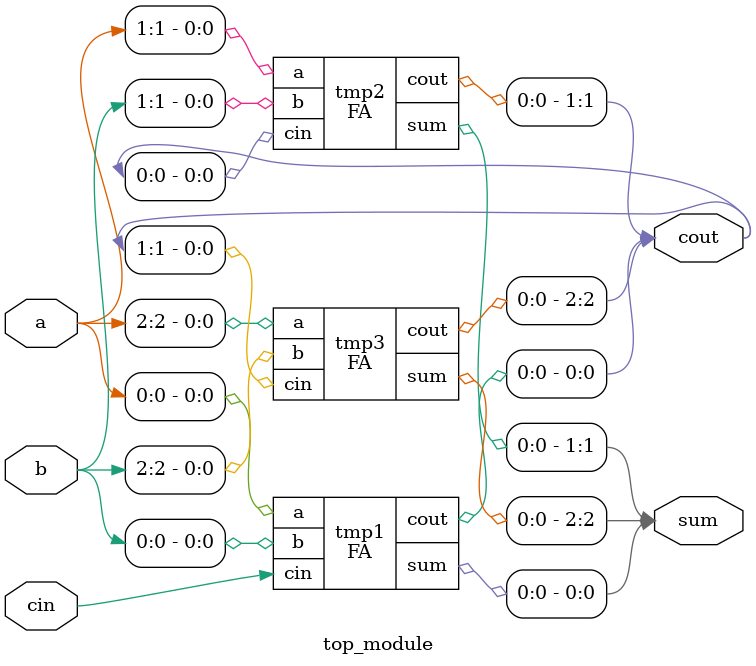
<source format=v>
module FA( 
    input a, b, cin,
    output cout, sum );
    
    wire w;
    assign w = a^b;
    assign sum = w^cin;
    assign cout = (a&b) | cin&w;

endmodule

module top_module( 
    input [2:0] a, b,
    input cin,
    output [2:0] cout,
    output [2:0] sum );
    
    FA tmp1(a[0],b[0],cin,cout[0],sum[0]);
    FA tmp2(a[1],b[1],cout[0],cout[1],sum[1]);
    FA tmp3(a[2],b[2],cout[1],cout[2],sum[2]);

endmodule
</source>
